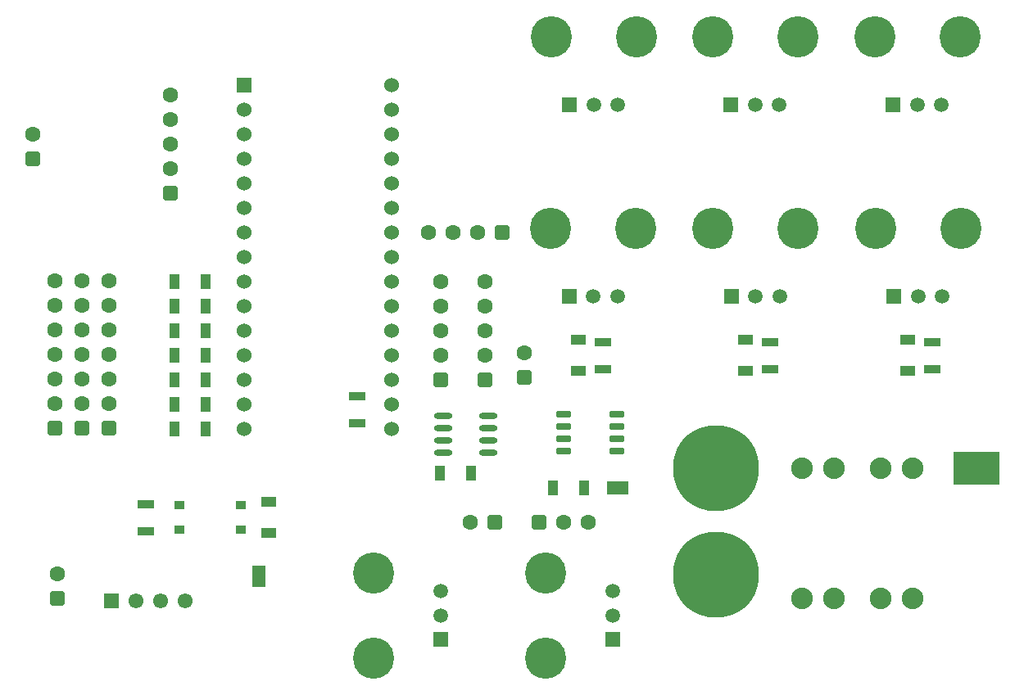
<source format=gbr>
G04*
G04 #@! TF.GenerationSoftware,Altium Limited,Altium Designer,24.1.2 (44)*
G04*
G04 Layer_Color=255*
%FSLAX25Y25*%
%MOIN*%
G70*
G04*
G04 #@! TF.SameCoordinates,E3FF4B23-F407-445B-9987-FD0FFFC61A21*
G04*
G04*
G04 #@! TF.FilePolarity,Positive*
G04*
G01*
G75*
%ADD16R,0.05906X0.03937*%
%ADD22C,0.08800*%
%ADD28C,0.06102*%
%ADD29R,0.06102X0.06102*%
%ADD32C,0.06000*%
%ADD33R,0.06000X0.06000*%
%ADD34C,0.06299*%
G04:AMPARAMS|DCode=35|XSize=62.99mil|YSize=62.99mil|CornerRadius=15.75mil|HoleSize=0mil|Usage=FLASHONLY|Rotation=90.000|XOffset=0mil|YOffset=0mil|HoleType=Round|Shape=RoundedRectangle|*
%AMROUNDEDRECTD35*
21,1,0.06299,0.03150,0,0,90.0*
21,1,0.03150,0.06299,0,0,90.0*
1,1,0.03150,0.01575,0.01575*
1,1,0.03150,0.01575,-0.01575*
1,1,0.03150,-0.01575,-0.01575*
1,1,0.03150,-0.01575,0.01575*
%
%ADD35ROUNDEDRECTD35*%
G04:AMPARAMS|DCode=36|XSize=62.99mil|YSize=62.99mil|CornerRadius=15.75mil|HoleSize=0mil|Usage=FLASHONLY|Rotation=180.000|XOffset=0mil|YOffset=0mil|HoleType=Round|Shape=RoundedRectangle|*
%AMROUNDEDRECTD36*
21,1,0.06299,0.03150,0,0,180.0*
21,1,0.03150,0.06299,0,0,180.0*
1,1,0.03150,-0.01575,0.01575*
1,1,0.03150,0.01575,0.01575*
1,1,0.03150,0.01575,-0.01575*
1,1,0.03150,-0.01575,-0.01575*
%
%ADD36ROUNDEDRECTD36*%
%ADD37C,0.35000*%
%ADD38R,0.05906X0.05906*%
%ADD39C,0.05906*%
%ADD40C,0.16772*%
%ADD41R,0.05906X0.05906*%
%ADD43R,0.06693X0.03740*%
%ADD44R,0.05512X0.09055*%
G04:AMPARAMS|DCode=45|XSize=43.31mil|YSize=35.43mil|CornerRadius=8.86mil|HoleSize=0mil|Usage=FLASHONLY|Rotation=180.000|XOffset=0mil|YOffset=0mil|HoleType=Round|Shape=RoundedRectangle|*
%AMROUNDEDRECTD45*
21,1,0.04331,0.01772,0,0,180.0*
21,1,0.02559,0.03543,0,0,180.0*
1,1,0.01772,-0.01280,0.00886*
1,1,0.01772,0.01280,0.00886*
1,1,0.01772,0.01280,-0.00886*
1,1,0.01772,-0.01280,-0.00886*
%
%ADD45ROUNDEDRECTD45*%
%ADD46R,0.09055X0.05512*%
%ADD47R,0.03937X0.05906*%
%ADD48R,0.18504X0.13504*%
G04:AMPARAMS|DCode=49|XSize=23.62mil|YSize=57.09mil|CornerRadius=2.01mil|HoleSize=0mil|Usage=FLASHONLY|Rotation=90.000|XOffset=0mil|YOffset=0mil|HoleType=Round|Shape=RoundedRectangle|*
%AMROUNDEDRECTD49*
21,1,0.02362,0.05307,0,0,90.0*
21,1,0.01961,0.05709,0,0,90.0*
1,1,0.00402,0.02653,0.00980*
1,1,0.00402,0.02653,-0.00980*
1,1,0.00402,-0.02653,-0.00980*
1,1,0.00402,-0.02653,0.00980*
%
%ADD49ROUNDEDRECTD49*%
%ADD50O,0.07480X0.02362*%
D16*
X324000Y314299D02*
D03*
Y301701D02*
D03*
X584000Y380299D02*
D03*
Y367701D02*
D03*
X518000Y380299D02*
D03*
Y367701D02*
D03*
X450000Y380299D02*
D03*
Y367701D02*
D03*
D22*
X573000Y275000D02*
D03*
X586000D02*
D03*
X573000Y328000D02*
D03*
X586000D02*
D03*
X554000D02*
D03*
X541000D02*
D03*
X554000Y275000D02*
D03*
X541000D02*
D03*
D28*
X290000Y274000D02*
D03*
X280000D02*
D03*
X270000D02*
D03*
D29*
X260000D02*
D03*
D32*
X314000Y364000D02*
D03*
Y374000D02*
D03*
Y384000D02*
D03*
Y394000D02*
D03*
Y404000D02*
D03*
Y414000D02*
D03*
Y424000D02*
D03*
Y434000D02*
D03*
Y444000D02*
D03*
Y454000D02*
D03*
Y464000D02*
D03*
Y474000D02*
D03*
X374000Y484000D02*
D03*
X314000Y354000D02*
D03*
Y344000D02*
D03*
X374000Y474000D02*
D03*
Y464000D02*
D03*
Y454000D02*
D03*
Y444000D02*
D03*
Y434000D02*
D03*
Y424000D02*
D03*
Y414000D02*
D03*
Y404000D02*
D03*
Y394000D02*
D03*
Y364000D02*
D03*
Y384000D02*
D03*
Y374000D02*
D03*
Y354000D02*
D03*
Y344000D02*
D03*
D33*
X314000Y484000D02*
D03*
D34*
X237000Y404347D02*
D03*
Y394346D02*
D03*
Y374346D02*
D03*
Y354346D02*
D03*
Y364347D02*
D03*
Y384347D02*
D03*
X248000Y404347D02*
D03*
Y394346D02*
D03*
Y374346D02*
D03*
Y354346D02*
D03*
Y364347D02*
D03*
Y384347D02*
D03*
X259000Y404347D02*
D03*
Y394346D02*
D03*
Y374346D02*
D03*
Y354346D02*
D03*
Y364347D02*
D03*
Y384347D02*
D03*
X412000Y384000D02*
D03*
Y374000D02*
D03*
Y394000D02*
D03*
Y404000D02*
D03*
X409000Y424000D02*
D03*
X399000D02*
D03*
X389000D02*
D03*
X444000Y306000D02*
D03*
X454000D02*
D03*
X406000D02*
D03*
X428000Y375000D02*
D03*
X238000Y285000D02*
D03*
X284000Y460000D02*
D03*
Y450000D02*
D03*
Y470000D02*
D03*
Y480000D02*
D03*
X394000Y384000D02*
D03*
Y374000D02*
D03*
Y394000D02*
D03*
Y404000D02*
D03*
X228000Y464000D02*
D03*
D35*
X237000Y344346D02*
D03*
X248000D02*
D03*
X259000D02*
D03*
X412000Y364000D02*
D03*
X428000Y365000D02*
D03*
X238000Y275000D02*
D03*
X284000Y440000D02*
D03*
X394000Y364000D02*
D03*
X228000Y454000D02*
D03*
D36*
X419000Y424000D02*
D03*
X434000Y306000D02*
D03*
X416000D02*
D03*
D37*
X506000Y284693D02*
D03*
Y328000D02*
D03*
D38*
X578315Y398000D02*
D03*
X512157D02*
D03*
X446158D02*
D03*
X578000Y476000D02*
D03*
X512000D02*
D03*
X446315D02*
D03*
D39*
X588158Y398000D02*
D03*
X598000D02*
D03*
X522000D02*
D03*
X531843D02*
D03*
X456000D02*
D03*
X465842D02*
D03*
X587843Y476000D02*
D03*
X597685D02*
D03*
X521842D02*
D03*
X531685D02*
D03*
X456157D02*
D03*
X466000D02*
D03*
X464000Y268158D02*
D03*
Y278000D02*
D03*
X394000Y268158D02*
D03*
Y278000D02*
D03*
D40*
X570835Y425559D02*
D03*
X605480D02*
D03*
X504677D02*
D03*
X539323D02*
D03*
X438677D02*
D03*
X473323D02*
D03*
X570520Y503559D02*
D03*
X605165D02*
D03*
X504520D02*
D03*
X539165D02*
D03*
X438835D02*
D03*
X473480D02*
D03*
X436441Y250835D02*
D03*
Y285480D02*
D03*
X366441Y250835D02*
D03*
Y285480D02*
D03*
D41*
X464000Y258315D02*
D03*
X394000D02*
D03*
D43*
X360000Y357512D02*
D03*
Y346488D02*
D03*
X274000Y313512D02*
D03*
Y302488D02*
D03*
X594000Y379512D02*
D03*
Y368488D02*
D03*
X528000Y379512D02*
D03*
Y368488D02*
D03*
X460000Y379512D02*
D03*
Y368488D02*
D03*
D44*
X320000Y284000D02*
D03*
D45*
X312402Y313000D02*
D03*
Y303000D02*
D03*
X287598D02*
D03*
Y313000D02*
D03*
D46*
X466000Y320000D02*
D03*
D47*
X452299D02*
D03*
X439701D02*
D03*
X406299Y326000D02*
D03*
X393701D02*
D03*
X298299Y364000D02*
D03*
X285701D02*
D03*
X298299Y354000D02*
D03*
X285701D02*
D03*
X298299Y344000D02*
D03*
X285701D02*
D03*
X298299Y374000D02*
D03*
X285701D02*
D03*
X298299Y384000D02*
D03*
X285701D02*
D03*
X298299Y394000D02*
D03*
X285701D02*
D03*
X298299Y404000D02*
D03*
X285701D02*
D03*
D48*
X612000Y328000D02*
D03*
D49*
X465457Y350000D02*
D03*
Y345000D02*
D03*
Y340000D02*
D03*
Y335000D02*
D03*
X444000Y350000D02*
D03*
Y345000D02*
D03*
Y340000D02*
D03*
Y335000D02*
D03*
D50*
X394748Y334500D02*
D03*
Y339500D02*
D03*
Y344500D02*
D03*
Y349500D02*
D03*
X413252Y334500D02*
D03*
Y339500D02*
D03*
Y344500D02*
D03*
Y349500D02*
D03*
M02*

</source>
